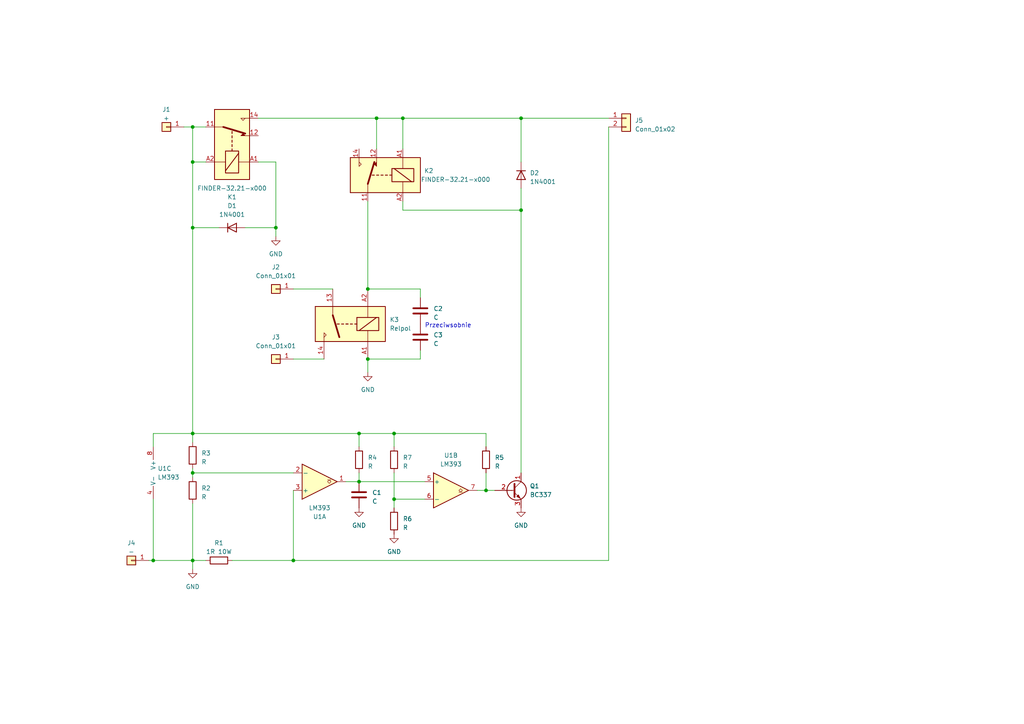
<source format=kicad_sch>
(kicad_sch (version 20230121) (generator eeschema)
  (paper "A4")
  (lib_symbols
    (symbol "Comparator:LM393" (pin_names (offset 0.127))
      (property "Reference" "U" (at 3.81 3.81 0))
      (property "Value" "LM393" (at 6.35 -3.81 0))
      (symbol "LM393_1_1"
        (polyline (pts (xy -5.08 5.08) (xy 5.08 0) (xy -5.08 -5.08) (xy -5.08 5.08)) (stroke (width 0.254)) (fill (type background)))
        (polyline (pts (xy 3.302 -0.508) (xy 2.794 -0.508) (xy 3.302 0) (xy 2.794 0.508) (xy 2.286 0) (xy 2.794 -0.508) (xy 2.286 -0.508)) (stroke (width 0.127)))
        (pin open_collector line (at 7.62 0 180) (length 2.54) (name "~") (number "1"))
        (pin input line (at -7.62 -2.54 0) (length 2.54) (name "-") (number "2"))
        (pin input line (at -7.62 2.54 0) (length 2.54) (name "+") (number "3"))
      )
      (symbol "LM393_2_1"
        (polyline (pts (xy -5.08 5.08) (xy 5.08 0) (xy -5.08 -5.08) (xy -5.08 5.08)) (stroke (width 0.254)) (fill (type background)))
        (polyline (pts (xy 3.302 -0.508) (xy 2.794 -0.508) (xy 3.302 0) (xy 2.794 0.508) (xy 2.286 0) (xy 2.794 -0.508) (xy 2.286 -0.508)) (stroke (width 0.127)))
        (pin input line (at -7.62 2.54 0) (length 2.54) (name "+") (number "5"))
        (pin input line (at -7.62 -2.54 0) (length 2.54) (name "-") (number "6"))
        (pin open_collector line (at 7.62 0 180) (length 2.54) (name "~") (number "7"))
      )
      (symbol "LM393_3_1"
        (pin power_in line (at -2.54 -7.62 90) (length 3.81) (name "V-") (number "4"))
        (pin power_in line (at -2.54 7.62 270) (length 3.81) (name "V+") (number "8"))
      )
    )
    (symbol "Connector_Generic:Conn_01x01" (pin_names (offset 1.016) hide)
      (property "Reference" "J" (at 0 2.54 0))
      (property "Value" "Conn_01x01" (at 0 -2.54 0))
      (symbol "Conn_01x01_1_1"
        (rectangle (start -1.27 0.127) (end 0 -0.127) (stroke (width 0.1524)))
        (rectangle (start -1.27 1.27) (end 1.27 -1.27) (stroke (width 0.254)) (fill (type background)))
        (pin passive line (at -5.08 0 0) (length 3.81) (name "Pin_1") (number "1"))
      )
    )
    (symbol "Connector_Generic:Conn_01x02" (pin_names (offset 1.016) hide)
      (property "Reference" "J" (at 0 2.54 0))
      (property "Value" "Conn_01x02" (at 0 -5.08 0))
      (symbol "Conn_01x02_1_1"
        (rectangle (start -1.27 -2.413) (end 0 -2.667) (stroke (width 0.1524)))
        (rectangle (start -1.27 0.127) (end 0 -0.127) (stroke (width 0.1524)))
        (rectangle (start -1.27 1.27) (end 1.27 -3.81) (stroke (width 0.254)) (fill (type background)))
        (pin passive line (at -5.08 0 0) (length 3.81) (name "Pin_1") (number "1"))
        (pin passive line (at -5.08 -2.54 0) (length 3.81) (name "Pin_2") (number "2"))
      )
    )
    (symbol "Device:C" (pin_numbers hide) (pin_names (offset 0.254))
      (property "Reference" "C" (at 0.635 2.54 0))
      (property "Value" "C" (at 0.635 -2.54 0))
      (symbol "C_0_1"
        (polyline (pts (xy -2.032 -0.762) (xy 2.032 -0.762)) (stroke (width 0.508)))
        (polyline (pts (xy -2.032 0.762) (xy 2.032 0.762)) (stroke (width 0.508)))
      )
      (symbol "C_1_1"
        (pin passive line (at 0 3.81 270) (length 2.794) (name "~") (number "1"))
        (pin passive line (at 0 -3.81 90) (length 2.794) (name "~") (number "2"))
      )
    )
    (symbol "Device:R" (pin_numbers hide) (pin_names (offset 0))
      (property "Reference" "R" (at 2.032 0 90))
      (property "Value" "R" (at 0 0 90))
      (symbol "R_0_1"
        (rectangle (start -1.016 -2.54) (end 1.016 2.54) (stroke (width 0.254)))
      )
      (symbol "R_1_1"
        (pin passive line (at 0 3.81 270) (length 1.27) (name "~") (number "1"))
        (pin passive line (at 0 -3.81 90) (length 1.27) (name "~") (number "2"))
      )
    )
    (symbol "Diode:1N4001" (pin_numbers hide) (pin_names hide)
      (property "Reference" "D" (at 0 2.54 0))
      (property "Value" "1N4001" (at 0 -2.54 0))
      (symbol "1N4001_0_1"
        (polyline (pts (xy -1.27 1.27) (xy -1.27 -1.27)) (stroke (width 0.254)))
        (polyline (pts (xy 1.27 0) (xy -1.27 0)))
        (polyline (pts (xy 1.27 1.27) (xy 1.27 -1.27) (xy -1.27 0) (xy 1.27 1.27)) (stroke (width 0.254)))
      )
      (symbol "1N4001_1_1"
        (pin passive line (at -3.81 0 0) (length 2.54) (name "K") (number "1"))
        (pin passive line (at 3.81 0 180) (length 2.54) (name "A") (number "2"))
      )
    )
    (symbol "Relay:FINDER-32.21-x000"
      (property "Reference" "K" (at 11.43 3.81 0))
      (property "Value" "FINDER-32.21-x000" (at 11.43 1.27 0))
      (symbol "FINDER-32.21-x000_0_0"
        (polyline (pts (xy 2.54 5.08) (xy 2.54 2.54) (xy 3.175 3.175) (xy 2.54 3.81)) (fill (type outline)))
        (polyline (pts (xy 7.62 5.08) (xy 7.62 2.54) (xy 6.985 3.175) (xy 7.62 3.81)))
      )
      (symbol "FINDER-32.21-x000_0_1"
        (rectangle (start -10.16 5.08) (end 10.16 -5.08) (stroke (width 0.254)) (fill (type background)))
        (rectangle (start -8.255 1.905) (end -1.905 -1.905) (stroke (width 0.254)))
        (polyline (pts (xy -7.62 -1.905) (xy -2.54 1.905)) (stroke (width 0.254)))
        (polyline (pts (xy -5.08 -5.08) (xy -5.08 -1.905)))
        (polyline (pts (xy -5.08 5.08) (xy -5.08 1.905)))
        (polyline (pts (xy -1.905 0) (xy -1.27 0)) (stroke (width 0.254)))
        (polyline (pts (xy -0.635 0) (xy 0 0)) (stroke (width 0.254)))
        (polyline (pts (xy 0.635 0) (xy 1.27 0)) (stroke (width 0.254)))
        (polyline (pts (xy 1.905 0) (xy 2.54 0)) (stroke (width 0.254)))
        (polyline (pts (xy 3.175 0) (xy 3.81 0)) (stroke (width 0.254)))
        (polyline (pts (xy 5.08 -2.54) (xy 3.175 3.81)) (stroke (width 0.508)))
        (polyline (pts (xy 5.08 -2.54) (xy 5.08 -5.08)))
      )
      (symbol "FINDER-32.21-x000_1_1"
        (pin passive line (at 5.08 -7.62 90) (length 2.54) (name "~") (number "11"))
        (pin passive line (at 2.54 7.62 270) (length 2.54) (name "~") (number "12"))
        (pin passive line (at 7.62 7.62 270) (length 2.54) (name "~") (number "14"))
        (pin passive line (at -5.08 7.62 270) (length 2.54) (name "~") (number "A1"))
        (pin passive line (at -5.08 -7.62 90) (length 2.54) (name "~") (number "A2"))
      )
    )
    (symbol "Relay:RAYEX-L90AS"
      (property "Reference" "K" (at 11.43 3.81 0))
      (property "Value" "RAYEX-L90AS" (at 11.43 1.27 0))
      (symbol "RAYEX-L90AS_1_0"
        (polyline (pts (xy 7.62 3.81) (xy 7.62 5.08)))
        (polyline (pts (xy 7.62 3.81) (xy 7.62 2.54) (xy 6.985 3.175) (xy 7.62 3.81)))
      )
      (symbol "RAYEX-L90AS_1_1"
        (rectangle (start -10.16 5.08) (end 10.16 -5.08) (stroke (width 0.254)) (fill (type background)))
        (rectangle (start -8.255 1.905) (end -1.905 -1.905) (stroke (width 0.254)))
        (polyline (pts (xy -7.62 -1.905) (xy -2.54 1.905)) (stroke (width 0.254)))
        (polyline (pts (xy -5.08 -5.08) (xy -5.08 -1.905)))
        (polyline (pts (xy -5.08 5.08) (xy -5.08 1.905)))
        (polyline (pts (xy -1.905 0) (xy -1.27 0)) (stroke (width 0.254)))
        (polyline (pts (xy -0.635 0) (xy 0 0)) (stroke (width 0.254)))
        (polyline (pts (xy 0.635 0) (xy 1.27 0)) (stroke (width 0.254)))
        (polyline (pts (xy 0.635 0) (xy 1.27 0)) (stroke (width 0.254)))
        (polyline (pts (xy 1.905 0) (xy 2.54 0)) (stroke (width 0.254)))
        (polyline (pts (xy 3.175 0) (xy 3.81 0)) (stroke (width 0.254)))
        (polyline (pts (xy 5.08 -2.54) (xy 3.175 3.81)) (stroke (width 0.508)))
        (polyline (pts (xy 5.08 -2.54) (xy 5.08 -5.08)))
        (pin passive line (at 5.08 -10.16 90) (length 5.08) (name "~") (number "13"))
        (pin passive line (at 7.62 10.16 270) (length 5.08) (name "~") (number "14"))
        (pin passive line (at -5.08 10.16 270) (length 5.08) (name "~") (number "A1"))
        (pin passive line (at -5.08 -10.16 90) (length 5.08) (name "~") (number "A2"))
      )
    )
    (symbol "Transistor_BJT:BC337" (pin_names (offset 0) hide)
      (property "Reference" "Q" (at 5.08 1.905 0))
      (property "Value" "BC337" (at 5.08 0 0))
      (symbol "BC337_0_1"
        (polyline (pts (xy 0 0) (xy 0.635 0)))
        (polyline (pts (xy 0.635 0.635) (xy 2.54 2.54)))
        (polyline (pts (xy 0.635 -0.635) (xy 2.54 -2.54) (xy 2.54 -2.54)))
        (polyline (pts (xy 0.635 1.905) (xy 0.635 -1.905) (xy 0.635 -1.905)) (stroke (width 0.508)))
        (polyline (pts (xy 1.27 -1.778) (xy 1.778 -1.27) (xy 2.286 -2.286) (xy 1.27 -1.778) (xy 1.27 -1.778)) (fill (type outline)))
        (circle (center 1.27 0) (radius 2.8194) (stroke (width 0.254)))
      )
      (symbol "BC337_1_1"
        (pin passive line (at 2.54 5.08 270) (length 2.54) (name "C") (number "1"))
        (pin input line (at -5.08 0 0) (length 5.08) (name "B") (number "2"))
        (pin passive line (at 2.54 -5.08 90) (length 2.54) (name "E") (number "3"))
      )
    )
    (symbol "power:GND" (power) (pin_names (offset 0))
      (property "Value" "GND" (at 0 -3.81 0))
      (symbol "GND_0_1"
        (polyline (pts (xy 0 0) (xy 0 -1.27) (xy 1.27 -1.27) (xy 0 -2.54) (xy -1.27 -1.27) (xy 0 -1.27)))
      )
      (symbol "GND_1_1"
        (pin power_in line (at 0 0 270) (length 0) hide (name "GND") (number "1"))
      )
    )
  )
  (junction (at 55.88 137.16))
  (junction (at 104.14 125.73))
  (junction (at 114.3 144.78))
  (junction (at 55.88 162.56))
  (junction (at 151.13 34.29))
  (junction (at 109.22 34.29))
  (junction (at 55.88 125.73))
  (junction (at 55.88 66.04))
  (junction (at 106.68 83.82))
  (junction (at 55.88 36.83))
  (junction (at 106.68 104.14))
  (junction (at 114.3 125.73))
  (junction (at 85.09 162.56))
  (junction (at 104.14 139.7))
  (junction (at 151.13 60.96))
  (junction (at 116.84 34.29))
  (junction (at 44.45 162.56))
  (junction (at 140.97 142.24))
  (junction (at 80.01 66.04))
  (junction (at 55.88 46.99))
  (wire (pts (xy 114.3 137.16) (xy 114.3 144.78)))
  (wire (pts (xy 140.97 142.24) (xy 143.51 142.24)))
  (wire (pts (xy 55.88 125.73) (xy 55.88 66.04)))
  (wire (pts (xy 106.68 58.42) (xy 106.68 83.82)))
  (wire (pts (xy 71.12 66.04) (xy 80.01 66.04)))
  (wire (pts (xy 104.14 137.16) (xy 104.14 139.7)))
  (wire (pts (xy 55.88 125.73) (xy 104.14 125.73)))
  (wire (pts (xy 121.92 104.14) (xy 106.68 104.14)))
  (wire (pts (xy 104.14 139.7) (xy 123.19 139.7)))
  (wire (pts (xy 55.88 137.16) (xy 55.88 138.43)))
  (wire (pts (xy 85.09 104.14) (xy 93.98 104.14)))
  (wire (pts (xy 151.13 137.16) (xy 151.13 60.96)))
  (wire (pts (xy 59.69 46.99) (xy 55.88 46.99)))
  (wire (pts (xy 106.68 104.14) (xy 106.68 107.95)))
  (wire (pts (xy 53.34 36.83) (xy 55.88 36.83)))
  (wire (pts (xy 55.88 66.04) (xy 63.5 66.04)))
  (wire (pts (xy 114.3 129.54) (xy 114.3 125.73)))
  (wire (pts (xy 85.09 83.82) (xy 96.52 83.82)))
  (wire (pts (xy 44.45 162.56) (xy 43.18 162.56)))
  (wire (pts (xy 55.88 46.99) (xy 55.88 36.83)))
  (wire (pts (xy 114.3 144.78) (xy 114.3 147.32)))
  (wire (pts (xy 151.13 34.29) (xy 176.53 34.29)))
  (wire (pts (xy 85.09 162.56) (xy 67.31 162.56)))
  (wire (pts (xy 140.97 137.16) (xy 140.97 142.24)))
  (wire (pts (xy 55.88 66.04) (xy 55.88 46.99)))
  (wire (pts (xy 121.92 83.82) (xy 106.68 83.82)))
  (wire (pts (xy 116.84 60.96) (xy 151.13 60.96)))
  (wire (pts (xy 114.3 125.73) (xy 140.97 125.73)))
  (wire (pts (xy 55.88 137.16) (xy 85.09 137.16)))
  (wire (pts (xy 55.88 162.56) (xy 44.45 162.56)))
  (wire (pts (xy 55.88 135.89) (xy 55.88 137.16)))
  (wire (pts (xy 114.3 144.78) (xy 123.19 144.78)))
  (wire (pts (xy 138.43 142.24) (xy 140.97 142.24)))
  (wire (pts (xy 100.33 139.7) (xy 104.14 139.7)))
  (wire (pts (xy 121.92 86.36) (xy 121.92 83.82)))
  (wire (pts (xy 55.88 162.56) (xy 55.88 165.1)))
  (wire (pts (xy 85.09 142.24) (xy 85.09 162.56)))
  (wire (pts (xy 116.84 34.29) (xy 109.22 34.29)))
  (wire (pts (xy 74.93 46.99) (xy 80.01 46.99)))
  (wire (pts (xy 116.84 34.29) (xy 151.13 34.29)))
  (wire (pts (xy 140.97 129.54) (xy 140.97 125.73)))
  (wire (pts (xy 44.45 125.73) (xy 55.88 125.73)))
  (wire (pts (xy 80.01 66.04) (xy 80.01 68.58)))
  (wire (pts (xy 55.88 128.27) (xy 55.88 125.73)))
  (wire (pts (xy 44.45 144.78) (xy 44.45 162.56)))
  (wire (pts (xy 176.53 162.56) (xy 85.09 162.56)))
  (wire (pts (xy 55.88 36.83) (xy 59.69 36.83)))
  (wire (pts (xy 116.84 60.96) (xy 116.84 58.42)))
  (wire (pts (xy 151.13 54.61) (xy 151.13 60.96)))
  (wire (pts (xy 80.01 46.99) (xy 80.01 66.04)))
  (wire (pts (xy 59.69 162.56) (xy 55.88 162.56)))
  (wire (pts (xy 176.53 36.83) (xy 176.53 162.56)))
  (wire (pts (xy 151.13 34.29) (xy 151.13 46.99)))
  (wire (pts (xy 55.88 146.05) (xy 55.88 162.56)))
  (wire (pts (xy 74.93 34.29) (xy 109.22 34.29)))
  (wire (pts (xy 116.84 43.18) (xy 116.84 34.29)))
  (wire (pts (xy 121.92 101.6) (xy 121.92 104.14)))
  (wire (pts (xy 104.14 125.73) (xy 104.14 129.54)))
  (wire (pts (xy 44.45 129.54) (xy 44.45 125.73)))
  (wire (pts (xy 109.22 34.29) (xy 109.22 43.18)))
  (wire (pts (xy 104.14 125.73) (xy 114.3 125.73)))
  (text "Przeciwsobnie" (at 123.19 95.25 0) (effects (font (size 1.27 1.27)) (justify left bottom)))
  (symbol (lib_id "power:GND") (at 106.68 107.95 0) (unit 1)
    (property "Reference" "#PWR02" (effects hide))
    (property "Value" "GND" (at 106.68 113.03 0))
  )
  (symbol (lib_id "Device:C") (at 121.92 97.79 0) (unit 1)
    (property "Reference" "C3" (at 125.73 97.155 0) (effects (justify left)))
    (property "Value" "C" (at 125.73 99.695 0) (effects (justify left)))
    (property "Footprint" "Capacitor_THT:C_Radial_D8.0mm_H11.5mm_P3.50mm" (effects hide))
  )
  (symbol (lib_id "power:GND") (at 151.13 147.32 0) (mirror y) (unit 1)
    (property "Reference" "#PWR03" (effects hide))
    (property "Value" "GND" (at 151.13 152.4 0))
  )
  (symbol (lib_id "Relay:RAYEX-L90AS") (at 101.6 93.98 180) (unit 1)
    (property "Reference" "K3" (at 113.03 92.71 0) (effects (justify right)))
    (property "Value" "Relpol" (at 113.03 95.25 0) (effects (justify right)))
    (property "Footprint" "Relay_THT:Relay_SPST_RAYEX-L90AS" (effects hide))
    (property "Datasheet" "https://a3.sofastcdn.com/attachment/7jioKBjnRiiSrjrjknRiwS77gwbf3zmp/L90-SERIES.pdf" (effects hide))
  )
  (symbol (lib_id "Relay:FINDER-32.21-x000") (at 67.31 41.91 270) (mirror x) (unit 1)
    (property "Reference" "K1" (at 67.31 57.15 90))
    (property "Value" "FINDER-32.21-x000" (at 67.31 54.61 90))
    (property "Footprint" "Relay_THT:Relay_SPDT_Finder_36.11" (effects hide))
    (property "Datasheet" "https://gfinder.findernet.com/assets/Series/355/S32EN.pdf" (effects hide))
  )
  (symbol (lib_id "Comparator:LM393") (at 46.99 137.16 0) (unit 3)
    (property "Reference" "U1" (at 45.72 135.89 0) (effects (justify left)))
    (property "Value" "LM393" (at 45.72 138.43 0) (effects (justify left)))
    (property "Footprint" "Package_DIP:DIP-8_W7.62mm_Socket" (effects hide))
    (property "Datasheet" "http://www.ti.com/lit/ds/symlink/lm393.pdf" (effects hide))
  )
  (symbol (lib_id "power:GND") (at 104.14 147.32 0) (unit 1)
    (property "Reference" "#PWR05" (effects hide))
    (property "Value" "GND" (at 104.14 152.4 0))
  )
  (symbol (lib_id "Device:R") (at 55.88 132.08 0) (unit 1)
    (property "Reference" "R3" (at 58.42 131.445 0) (effects (justify left)))
    (property "Value" "R" (at 58.42 133.985 0) (effects (justify left)))
    (property "Footprint" "Resistor_THT:R_Axial_DIN0207_L6.3mm_D2.5mm_P7.62mm_Horizontal" (effects hide))
  )
  (symbol (lib_id "power:GND") (at 80.01 68.58 0) (unit 1)
    (property "Reference" "#PWR01" (effects hide))
    (property "Value" "GND" (at 80.01 73.66 0))
  )
  (symbol (lib_id "Connector_Generic:Conn_01x01") (at 48.26 36.83 180) (unit 1)
    (property "Reference" "J1" (at 48.26 31.75 0))
    (property "Value" "+" (at 48.26 34.29 0))
    (property "Footprint" "Connector_Wire:SolderWire-1.5sqmm_1x01_D1.7mm_OD3.9mm" (effects hide))
  )
  (symbol (lib_id "Connector_Generic:Conn_01x01") (at 80.01 83.82 180) (unit 1)
    (property "Reference" "J2" (at 80.01 77.47 0))
    (property "Value" "Conn_01x01" (at 80.01 80.01 0))
    (property "Footprint" "Connector_Wire:SolderWire-1.5sqmm_1x01_D1.7mm_OD3.9mm" (effects hide))
  )
  (symbol (lib_id "Device:C") (at 104.14 143.51 0) (unit 1)
    (property "Reference" "C1" (at 107.95 142.875 0) (effects (justify left)))
    (property "Value" "C" (at 107.95 145.415 0) (effects (justify left)))
    (property "Footprint" "Docking_station:Phoenix" (effects hide))
  )
  (symbol (lib_id "Device:R") (at 55.88 142.24 0) (unit 1)
    (property "Reference" "R2" (at 58.42 141.605 0) (effects (justify left)))
    (property "Value" "R" (at 58.42 144.145 0) (effects (justify left)))
    (property "Footprint" "Resistor_THT:R_Axial_DIN0207_L6.3mm_D2.5mm_P7.62mm_Horizontal" (effects hide))
  )
  (symbol (lib_id "Device:C") (at 121.92 90.17 0) (unit 1)
    (property "Reference" "C2" (at 125.73 89.535 0) (effects (justify left)))
    (property "Value" "C" (at 125.73 92.075 0) (effects (justify left)))
    (property "Footprint" "Capacitor_THT:C_Radial_D8.0mm_H11.5mm_P3.50mm" (effects hide))
  )
  (symbol (lib_id "Diode:1N4001") (at 151.13 50.8 270) (unit 1)
    (property "Reference" "D2" (at 153.67 50.165 90) (effects (justify left)))
    (property "Value" "1N4001" (at 153.67 52.705 90) (effects (justify left)))
    (property "Footprint" "Diode_THT:D_DO-41_SOD81_P10.16mm_Horizontal" (effects hide))
    (property "Datasheet" "http://www.vishay.com/docs/88503/1n4001.pdf" (effects hide))
    (property "Sim.Device" "D" (effects hide))
    (property "Sim.Pins" "1=K 2=A" (effects hide))
  )
  (symbol (lib_id "Connector_Generic:Conn_01x01") (at 80.01 104.14 180) (unit 1)
    (property "Reference" "J3" (at 80.01 97.79 0))
    (property "Value" "Conn_01x01" (at 80.01 100.33 0))
    (property "Footprint" "Connector_Wire:SolderWire-1.5sqmm_1x01_D1.7mm_OD3.9mm" (effects hide))
  )
  (symbol (lib_id "Device:R") (at 63.5 162.56 90) (unit 1)
    (property "Reference" "R1" (at 63.5 157.48 90))
    (property "Value" "1R 10W" (at 63.5 160.02 90))
    (property "Footprint" "Resistor_THT:R_Axial_Power_L50.0mm_W9.0mm_P60.96mm" (effects hide))
  )
  (symbol (lib_id "Diode:1N4001") (at 67.31 66.04 0) (unit 1)
    (property "Reference" "D1" (at 67.31 59.69 0))
    (property "Value" "1N4001" (at 67.31 62.23 0))
    (property "Footprint" "Diode_THT:D_DO-41_SOD81_P10.16mm_Horizontal" (effects hide))
    (property "Datasheet" "http://www.vishay.com/docs/88503/1n4001.pdf" (effects hide))
    (property "Sim.Device" "D" (effects hide))
    (property "Sim.Pins" "1=K 2=A" (effects hide))
  )
  (symbol (lib_id "Device:R") (at 114.3 151.13 0) (unit 1)
    (property "Reference" "R6" (at 116.84 150.495 0) (effects (justify left)))
    (property "Value" "R" (at 116.84 153.035 0) (effects (justify left)))
    (property "Footprint" "Resistor_THT:R_Axial_DIN0207_L6.3mm_D2.5mm_P7.62mm_Horizontal" (effects hide))
  )
  (symbol (lib_id "Device:R") (at 104.14 133.35 0) (unit 1)
    (property "Reference" "R4" (at 106.68 132.715 0) (effects (justify left)))
    (property "Value" "R" (at 106.68 135.255 0) (effects (justify left)))
    (property "Footprint" "Resistor_THT:R_Axial_DIN0207_L6.3mm_D2.5mm_P7.62mm_Horizontal" (effects hide))
  )
  (symbol (lib_id "Connector_Generic:Conn_01x02") (at 181.61 34.29 0) (unit 1)
    (property "Reference" "J5" (at 184.15 34.925 0) (effects (justify left)))
    (property "Value" "Conn_01x02" (at 184.15 37.465 0) (effects (justify left)))
    (property "Footprint" "Docking_station:Phoenix" (effects hide))
  )
  (symbol (lib_id "Relay:FINDER-32.21-x000") (at 111.76 50.8 0) (mirror y) (unit 1)
    (property "Reference" "K2" (at 125.73 49.53 0) (effects (justify left)))
    (property "Value" "FINDER-32.21-x000" (at 142.24 52.07 0) (effects (justify left)))
    (property "Footprint" "Relay_THT:Relay_SPDT_Finder_36.11" (effects hide))
    (property "Datasheet" "https://gfinder.findernet.com/assets/Series/355/S32EN.pdf" (effects hide))
  )
  (symbol (lib_id "Device:R") (at 114.3 133.35 0) (unit 1)
    (property "Reference" "R7" (at 116.84 132.715 0) (effects (justify left)))
    (property "Value" "R" (at 116.84 135.255 0) (effects (justify left)))
    (property "Footprint" "Resistor_THT:R_Axial_DIN0207_L6.3mm_D2.5mm_P7.62mm_Horizontal" (effects hide))
  )
  (symbol (lib_id "power:GND") (at 114.3 154.94 0) (unit 1)
    (property "Reference" "#PWR06" (effects hide))
    (property "Value" "GND" (at 114.3 160.02 0))
  )
  (symbol (lib_id "Device:R") (at 140.97 133.35 0) (unit 1)
    (property "Reference" "R5" (at 143.51 132.715 0) (effects (justify left)))
    (property "Value" "R" (at 143.51 135.255 0) (effects (justify left)))
    (property "Footprint" "Resistor_THT:R_Axial_DIN0207_L6.3mm_D2.5mm_P7.62mm_Horizontal" (effects hide))
  )
  (symbol (lib_id "Connector_Generic:Conn_01x01") (at 38.1 162.56 180) (unit 1)
    (property "Reference" "J4" (at 38.1 157.48 0))
    (property "Value" "-" (at 38.1 160.02 0))
    (property "Footprint" "Connector_Wire:SolderWire-1.5sqmm_1x01_D1.7mm_OD3.9mm" (effects hide))
  )
  (symbol (lib_id "Comparator:LM393") (at 130.81 142.24 0) (unit 2)
    (property "Reference" "U1" (at 130.81 132.08 0))
    (property "Value" "LM393" (at 130.81 134.62 0))
    (property "Footprint" "Package_DIP:DIP-8_W7.62mm_Socket" (effects hide))
    (property "Datasheet" "http://www.ti.com/lit/ds/symlink/lm393.pdf" (effects hide))
  )
  (symbol (lib_id "Transistor_BJT:BC337") (at 148.59 142.24 0) (unit 1)
    (property "Reference" "Q1" (at 153.67 140.97 0) (effects (justify left)))
    (property "Value" "BC337" (at 153.67 143.51 0) (effects (justify left)))
    (property "Footprint" "Package_TO_SOT_THT:TO-92L_Inline_Wide" (effects hide))
    (property "Datasheet" "https://diotec.com/tl_files/diotec/files/pdf/datasheets/bc337.pdf" (effects hide))
  )
  (symbol (lib_id "Comparator:LM393") (at 92.71 139.7 0) (mirror x) (unit 1)
    (property "Reference" "U1" (at 92.71 149.86 0))
    (property "Value" "LM393" (at 92.71 147.32 0))
    (property "Footprint" "Package_DIP:DIP-8_W7.62mm_Socket" (effects hide))
    (property "Datasheet" "http://www.ti.com/lit/ds/symlink/lm393.pdf" (effects hide))
  )
  (symbol (lib_id "power:GND") (at 55.88 165.1 0) (unit 1)
    (property "Reference" "#PWR04" (effects hide))
    (property "Value" "GND" (at 55.88 170.18 0))
  )
)
</source>
